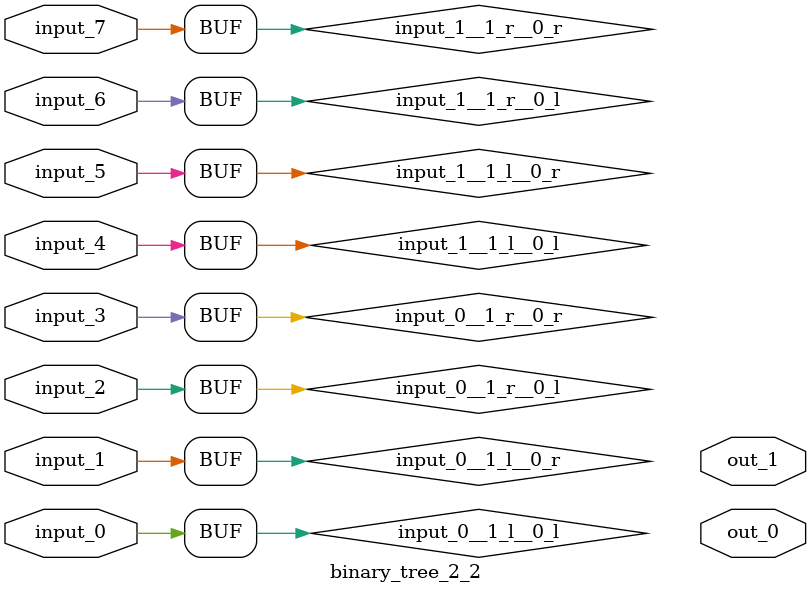
<source format=v>
module binary_tree_2_2 (
output out_0,output out_1,input input_0,input input_1,input input_2,input input_3,input input_4,input input_5,input input_6,input input_7
);
diffmix_25px_0 mix_input_0 (.a_fluid(input_0__1_l), .b_fluid(input_0__1_r), .out_fluid(input_0));
wire input_0__1_l, input_0__1_r;
diffmix_25px_0 mix_input_0__1_l (.a_fluid(input_0__1_l__0_l), .b_fluid(input_0__1_l__0_r), .out_fluid(input_0__1_l));
wire input_0__1_l__0_l, input_0__1_l__0_r;
diffmix_25px_0 mix_input_0__1_r (.a_fluid(input_0__1_r__0_l), .b_fluid(input_0__1_r__0_r), .out_fluid(input_0__1_r));
wire input_0__1_r__0_l, input_0__1_r__0_r;
diffmix_25px_0 mix_input_1 (.a_fluid(input_1__1_l), .b_fluid(input_1__1_r), .out_fluid(input_1));
wire input_1__1_l, input_1__1_r;
diffmix_25px_0 mix_input_1__1_l (.a_fluid(input_1__1_l__0_l), .b_fluid(input_1__1_l__0_r), .out_fluid(input_1__1_l));
wire input_1__1_l__0_l, input_1__1_l__0_r;
diffmix_25px_0 mix_input_1__1_r (.a_fluid(input_1__1_r__0_l), .b_fluid(input_1__1_r__0_r), .out_fluid(input_1__1_r));
wire input_1__1_r__0_l, input_1__1_r__0_r;
assign input_0 = input_0__1_l__0_l;
assign input_1 = input_0__1_l__0_r;
assign input_2 = input_0__1_r__0_l;
assign input_3 = input_0__1_r__0_r;
assign input_4 = input_1__1_l__0_l;
assign input_5 = input_1__1_l__0_r;
assign input_6 = input_1__1_r__0_l;
assign input_7 = input_1__1_r__0_r;
endmodule

</source>
